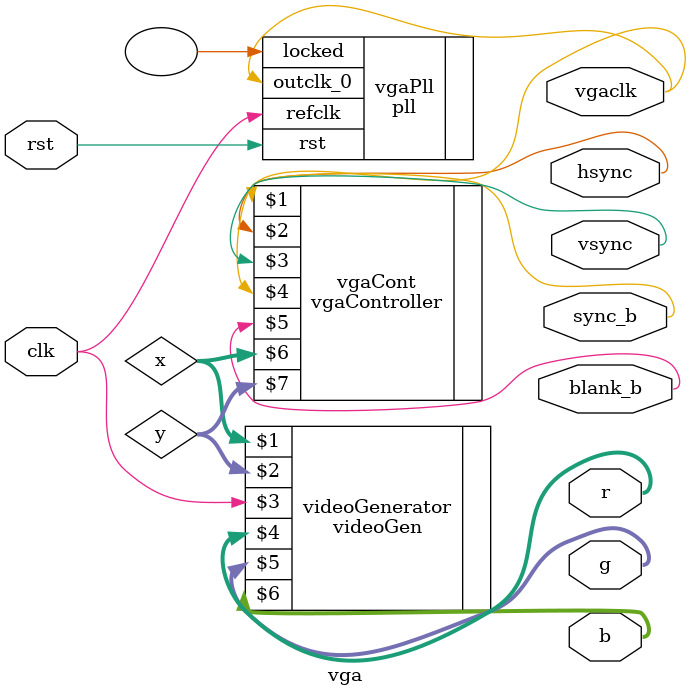
<source format=sv>
module vga(
    input logic clk,
    input logic rst,
    output logic vgaclk, // Clk que necesita la VGA de 25MHz
    output logic hsync, vsync,
    output logic sync_b, blank_b, // Para el monitor & DAC
    output logic [7:0] r, g, b // Para el video DAC
);
    logic [9:0] x, y;

    // Usar un PLL para crear el 25.175 MHz VGA pixel clock
    pll vgaPll(.refclk(clk), .rst(rst), .outclk_0(vgaclk), .locked());

    // Generar las señales de timing del monitor
    vgaController vgaCont(vgaclk, hsync, vsync, sync_b, blank_b, x, y);

    // Modulo para determinar qué letra se dibuja
    videoGen videoGenerator(x, y, clk, r, g, b);
endmodule


</source>
